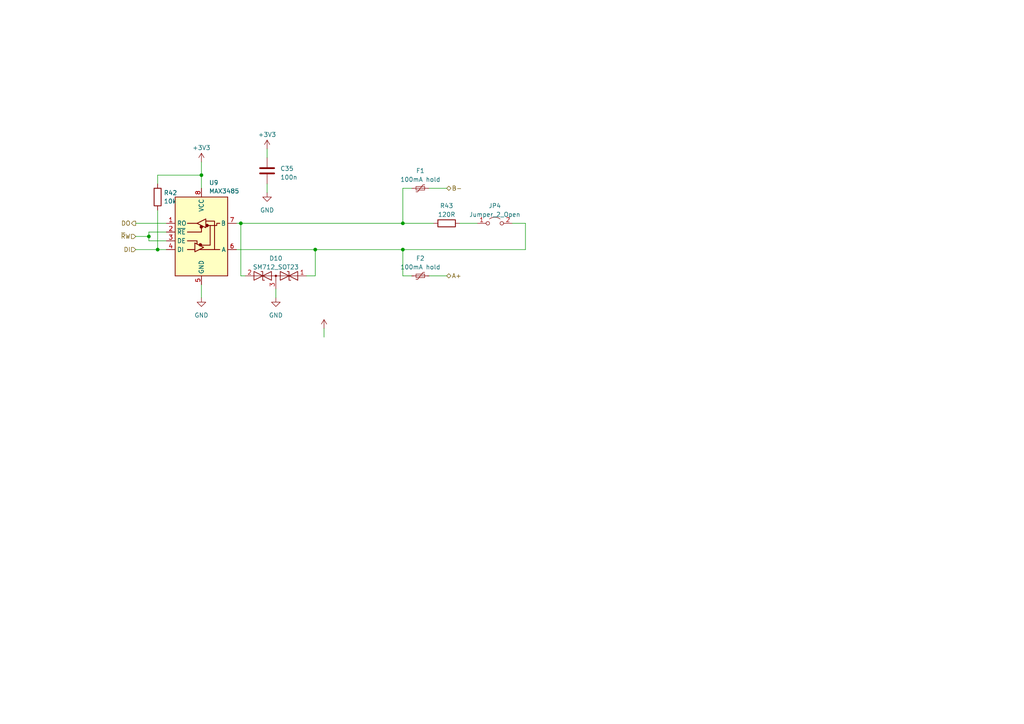
<source format=kicad_sch>
(kicad_sch (version 20231120) (generator "eeschema") (generator_version "8.0")
  (paper "A4")
  (lib_symbols
    (symbol "Device:C" (pin_numbers hide) (pin_names (offset 0.254))
      (property "Reference" "C" (at 0.635 2.54 0))
      (property "Value" "C" (at 0.635 -2.54 0))
      (symbol "C_0_1"
        (polyline (pts (xy -2.032 -0.762) (xy 2.032 -0.762)) (stroke (width 0.508)))
        (polyline (pts (xy -2.032 0.762) (xy 2.032 0.762)) (stroke (width 0.508)))
      )
      (symbol "C_1_1"
        (pin passive line (at 0 3.81 270) (length 2.794) (name "~") (number "1"))
        (pin passive line (at 0 -3.81 90) (length 2.794) (name "~") (number "2"))
      )
    )
    (symbol "Device:Polyfuse_Small" (pin_numbers hide) (pin_names (offset 0))
      (property "Reference" "F" (at -1.905 0 90))
      (property "Value" "Polyfuse_Small" (at 1.905 0 90))
      (symbol "Polyfuse_Small_0_1"
        (rectangle (start -0.508 1.27) (end 0.508 -1.27))
        (polyline (pts (xy 0 2.54) (xy 0 -2.54)))
        (polyline (pts (xy -1.016 1.27) (xy -1.016 0.762) (xy 1.016 -0.762) (xy 1.016 -1.27)))
      )
      (symbol "Polyfuse_Small_1_1"
        (pin passive line (at 0 2.54 270) (length 0.635) (name "~") (number "1"))
        (pin passive line (at 0 -2.54 90) (length 0.635) (name "~") (number "2"))
      )
    )
    (symbol "Device:R" (pin_numbers hide) (pin_names (offset 0))
      (property "Reference" "R" (at 2.032 0 90))
      (property "Value" "R" (at 0 0 90))
      (symbol "R_0_1"
        (rectangle (start -1.016 -2.54) (end 1.016 2.54) (stroke (width 0.254)))
      )
      (symbol "R_1_1"
        (pin passive line (at 0 3.81 270) (length 1.27) (name "~") (number "1"))
        (pin passive line (at 0 -3.81 90) (length 1.27) (name "~") (number "2"))
      )
    )
    (symbol "Diode:SM712_SOT23" (pin_names (offset 1.016) hide)
      (property "Reference" "D" (at 0 4.445 0))
      (property "Value" "SM712_SOT23" (at 0 2.54 0))
      (symbol "SM712_SOT23_0_0"
        (polyline (pts (xy 0 -1.27) (xy 0 0)))
      )
      (symbol "SM712_SOT23_0_1"
        (polyline (pts (xy -6.35 0) (xy 6.35 0)))
        (polyline (pts (xy -3.302 1.27) (xy -3.81 1.27) (xy -3.81 -1.27) (xy -4.318 -1.27)) (stroke (width 0.2032)))
        (polyline (pts (xy 4.318 1.27) (xy 3.81 1.27) (xy 3.81 -1.27) (xy 3.302 -1.27)) (stroke (width 0.2032)))
        (polyline (pts (xy -6.35 -1.27) (xy -1.27 1.27) (xy -1.27 -1.27) (xy -6.35 1.27) (xy -6.35 -1.27)) (stroke (width 0.2032)))
        (polyline (pts (xy 1.27 -1.27) (xy 1.27 1.27) (xy 6.35 -1.27) (xy 6.35 1.27) (xy 1.27 -1.27)) (stroke (width 0.2032)))
        (circle (center 0 0) (radius 0.254) (fill (type outline)))
      )
      (symbol "SM712_SOT23_1_1"
        (pin passive line (at -8.89 0 0) (length 2.54) (name "A1") (number "1"))
        (pin passive line (at 8.89 0 180) (length 2.54) (name "A2") (number "2"))
        (pin input line (at 0 -3.81 90) (length 2.54) (name "common") (number "3"))
      )
    )
    (symbol "Interface_UART:MAX3485"
      (property "Reference" "U" (at -6.096 11.43 0))
      (property "Value" "MAX3485" (at 0.762 11.43 0))
      (symbol "MAX3485_0_1"
        (rectangle (start -7.62 10.16) (end 7.62 -12.7) (stroke (width 0.254)) (fill (type background)))
        (circle (center -0.3048 -3.683) (radius 0.3556) (stroke (width 0.254)) (fill (type outline)))
        (circle (center -0.0254 1.4986) (radius 0.3556) (stroke (width 0.254)) (fill (type outline)))
        (polyline (pts (xy -4.064 -5.08) (xy -1.905 -5.08)) (stroke (width 0.254)))
        (polyline (pts (xy -4.064 2.54) (xy -1.27 2.54)) (stroke (width 0.254)))
        (polyline (pts (xy -1.27 -3.2004) (xy -1.27 -3.4544)) (stroke (width 0.254)))
        (polyline (pts (xy -0.635 -5.08) (xy 5.334 -5.08)) (stroke (width 0.254)))
        (polyline (pts (xy -4.064 -2.54) (xy -1.27 -2.54) (xy -1.27 -3.175)) (stroke (width 0.254)))
        (polyline (pts (xy 0 1.27) (xy 0 0) (xy -4.064 0)) (stroke (width 0.254)))
        (polyline (pts (xy 1.27 3.175) (xy 3.81 3.175) (xy 3.81 -5.08)) (stroke (width 0.254)))
        (polyline (pts (xy 2.54 1.905) (xy 2.54 -3.81) (xy 0 -3.81)) (stroke (width 0.254)))
        (polyline (pts (xy -1.905 -3.175) (xy -1.905 -5.715) (xy 0.635 -4.445) (xy -1.905 -3.175)) (stroke (width 0.254)))
        (polyline (pts (xy -1.27 2.54) (xy 1.27 3.81) (xy 1.27 1.27) (xy -1.27 2.54)) (stroke (width 0.254)))
        (polyline (pts (xy 1.905 1.905) (xy 4.445 1.905) (xy 4.445 2.54) (xy 5.334 2.54)) (stroke (width 0.254)))
        (rectangle (start 1.27 3.175) (end 1.27 3.175))
        (circle (center 1.651 1.905) (radius 0.3556) (stroke (width 0.254)) (fill (type outline)))
      )
      (symbol "MAX3485_1_1"
        (pin output line (at -10.16 2.54 0) (length 2.54) (name "RO") (number "1"))
        (pin input line (at -10.16 0 0) (length 2.54) (name "~{RE}") (number "2"))
        (pin input line (at -10.16 -2.54 0) (length 2.54) (name "DE") (number "3"))
        (pin input line (at -10.16 -5.08 0) (length 2.54) (name "DI") (number "4"))
        (pin power_in line (at 0 -15.24 90) (length 2.54) (name "GND") (number "5"))
        (pin bidirectional line (at 10.16 -5.08 180) (length 2.54) (name "A") (number "6"))
        (pin bidirectional line (at 10.16 2.54 180) (length 2.54) (name "B") (number "7"))
        (pin power_in line (at 0 12.7 270) (length 2.54) (name "VCC") (number "8"))
      )
    )
    (symbol "Jumper:Jumper_2_Open" (pin_names (offset 0) hide)
      (property "Reference" "JP" (at 0 2.794 0))
      (property "Value" "Jumper_2_Open" (at 0 -2.286 0))
      (symbol "Jumper_2_Open_0_0"
        (circle (center -2.032 0) (radius 0.508))
        (circle (center 2.032 0) (radius 0.508))
      )
      (symbol "Jumper_2_Open_0_1"
        (arc (start 1.524 1.27) (mid 0 1.778) (end -1.524 1.27))
      )
      (symbol "Jumper_2_Open_1_1"
        (pin passive line (at -5.08 0 0) (length 2.54) (name "A") (number "1"))
        (pin passive line (at 5.08 0 180) (length 2.54) (name "B") (number "2"))
      )
    )
    (symbol "power:+3V3" (power) (pin_names (offset 0))
      (property "Value" "+3V3" (at 0 3.556 0))
      (symbol "+3V3_0_1"
        (polyline (pts (xy -0.762 1.27) (xy 0 2.54)))
        (polyline (pts (xy 0 0) (xy 0 2.54)))
        (polyline (pts (xy 0 2.54) (xy 0.762 1.27)))
      )
      (symbol "+3V3_1_1"
        (pin power_in line (at 0 0 90) (length 0) hide (name "+3V3") (number "1"))
      )
    )
    (symbol "power:GND" (power) (pin_names (offset 0))
      (property "Value" "GND" (at 0 -3.81 0))
      (symbol "GND_0_1"
        (polyline (pts (xy 0 0) (xy 0 -1.27) (xy 1.27 -1.27) (xy 0 -2.54) (xy -1.27 -1.27) (xy 0 -1.27)))
      )
      (symbol "GND_1_1"
        (pin power_in line (at 0 0 270) (length 0) hide (name "GND") (number "1"))
      )
    )
  )
  (junction (at 91.44 72.39))
  (junction (at 43.18 68.58))
  (junction (at 116.84 72.39))
  (junction (at 45.72 72.39))
  (junction (at 69.85 64.77))
  (junction (at 58.42 50.8))
  (junction (at 116.84 64.77))
  (wire (pts (xy 43.18 68.58) (xy 43.18 69.85)))
  (wire (pts (xy 69.85 64.77) (xy 116.84 64.77)))
  (wire (pts (xy 58.42 50.8) (xy 58.42 54.61)))
  (wire (pts (xy 43.18 67.31) (xy 43.18 68.58)))
  (wire (pts (xy 116.84 80.01) (xy 116.84 72.39)))
  (wire (pts (xy 77.47 53.34) (xy 77.47 55.88)))
  (wire (pts (xy 133.35 64.77) (xy 138.43 64.77)))
  (wire (pts (xy 116.84 64.77) (xy 125.73 64.77)))
  (wire (pts (xy 119.38 80.01) (xy 116.84 80.01)))
  (wire (pts (xy 124.46 54.61) (xy 129.54 54.61)))
  (wire (pts (xy 48.26 67.31) (xy 43.18 67.31)))
  (wire (pts (xy 39.37 68.58) (xy 43.18 68.58)))
  (wire (pts (xy 45.72 72.39) (xy 48.26 72.39)))
  (wire (pts (xy 68.58 72.39) (xy 91.44 72.39)))
  (wire (pts (xy 93.98 95.25) (xy 93.98 97.79)))
  (wire (pts (xy 88.9 80.01) (xy 91.44 80.01)))
  (wire (pts (xy 68.58 64.77) (xy 69.85 64.77)))
  (wire (pts (xy 69.85 80.01) (xy 69.85 64.77)))
  (wire (pts (xy 119.38 54.61) (xy 116.84 54.61)))
  (wire (pts (xy 39.37 72.39) (xy 45.72 72.39)))
  (wire (pts (xy 148.59 64.77) (xy 152.4 64.77)))
  (wire (pts (xy 71.12 80.01) (xy 69.85 80.01)))
  (wire (pts (xy 45.72 53.34) (xy 45.72 50.8)))
  (wire (pts (xy 152.4 64.77) (xy 152.4 72.39)))
  (wire (pts (xy 48.26 69.85) (xy 43.18 69.85)))
  (wire (pts (xy 45.72 50.8) (xy 58.42 50.8)))
  (wire (pts (xy 91.44 72.39) (xy 116.84 72.39)))
  (wire (pts (xy 124.46 80.01) (xy 129.54 80.01)))
  (wire (pts (xy 58.42 46.99) (xy 58.42 50.8)))
  (wire (pts (xy 116.84 54.61) (xy 116.84 64.77)))
  (wire (pts (xy 77.47 43.18) (xy 77.47 45.72)))
  (wire (pts (xy 39.37 64.77) (xy 48.26 64.77)))
  (wire (pts (xy 45.72 72.39) (xy 45.72 60.96)))
  (wire (pts (xy 58.42 82.55) (xy 58.42 86.36)))
  (wire (pts (xy 91.44 80.01) (xy 91.44 72.39)))
  (wire (pts (xy 80.01 83.82) (xy 80.01 86.36)))
  (wire (pts (xy 116.84 72.39) (xy 152.4 72.39)))
  (hierarchical_label "~{R}W" (shape input) (at 39.37 68.58 180))
  (hierarchical_label "DO" (shape output) (at 39.37 64.77 180))
  (hierarchical_label "A+" (shape bidirectional) (at 129.54 80.01 0))
  (hierarchical_label "B-" (shape bidirectional) (at 129.54 54.61 0))
  (hierarchical_label "DI" (shape input) (at 39.37 72.39 180))
  (symbol (lib_id "Jumper:Jumper_2_Open") (at 143.51 64.77 0) (unit 1)
    (property "Reference" "JP4" (at 143.51 59.69 0))
    (property "Value" "Jumper_2_Open" (at 143.51 62.23 0))
    (property "Footprint" "Jumper:SolderJumper-2_P1.3mm_Open_TrianglePad1.0x1.5mm" (effects (hide yes)))
    (property "LCSC" "XXXX" (effects (hide yes)))
  )
  (symbol (lib_id "Diode:SM712_SOT23") (at 80.01 80.01 0) (mirror y) (unit 1)
    (property "Reference" "D10" (at 80.01 74.93 0))
    (property "Value" "SM712_SOT23" (at 80.01 77.47 0))
    (property "Footprint" "Package_TO_SOT_SMD:SOT-23" (effects (hide yes)))
    (property "Datasheet" "https://www.littelfuse.com/~/media/electronics/datasheets/tvs_diode_arrays/littelfuse_tvs_diode_array_sm712_datasheet.pdf.pdf" (effects (hide yes)))
    (property "LCSC" "C404012" (effects (hide yes)))
    (property "JLCPCB_CORRECTION" "0;0;180" (effects (hide yes)))
  )
  (symbol (lib_id "power:GND") (at 77.47 55.88 0) (unit 1)
    (property "Reference" "#PWR089" (effects (hide yes)))
    (property "Value" "GND" (at 77.47 60.96 0))
  )
  (symbol (lib_id "power:+3V3") (at 93.98 95.25 0) (unit 1)
    (property "Reference" "#PWR091" (effects (hide yes)))
    (property "Value" "+3V3" (effects (hide yes)))
  )
  (symbol (lib_id "power:+3V3") (at 58.42 46.99 0) (unit 1)
    (property "Reference" "#PWR086" (effects (hide yes)))
    (property "Value" "+3V3" (at 58.42 42.8569 0))
  )
  (symbol (lib_id "power:GND") (at 58.42 86.36 0) (unit 1)
    (property "Reference" "#PWR087" (effects (hide yes)))
    (property "Value" "GND" (at 58.42 91.44 0))
  )
  (symbol (lib_id "Device:R") (at 129.54 64.77 90) (unit 1)
    (property "Reference" "R43" (at 129.54 59.69 90))
    (property "Value" "120R" (at 129.54 62.23 90))
    (property "Footprint" "Resistor_SMD:R_0603_1608Metric" (effects (hide yes)))
    (property "LCSC" "C22787" (effects (hide yes)))
  )
  (symbol (lib_id "power:+3V3") (at 77.47 43.18 0) (unit 1)
    (property "Reference" "#PWR088" (effects (hide yes)))
    (property "Value" "+3V3" (at 77.47 39.0469 0))
  )
  (symbol (lib_id "Interface_UART:MAX3485") (at 58.42 67.31 0) (unit 1)
    (property "Reference" "U9" (at 60.6141 53.0057 0) (effects (justify left)))
    (property "Value" "MAX3485" (at 60.6141 55.4299 0) (effects (justify left)))
    (property "Footprint" "Package_SO:SOIC-8_3.9x4.9mm_P1.27mm" (effects (hide yes)))
    (property "Datasheet" "https://datasheets.maximintegrated.com/en/ds/MAX3483-MAX3491.pdf" (effects (hide yes)))
    (property "LCSC" "C8963" (effects (hide yes)))
    (property "JLCPCB_CORRECTION" "0;0;270" (effects (hide yes)))
  )
  (symbol (lib_id "Device:Polyfuse_Small") (at 121.92 54.61 90) (unit 1)
    (property "Reference" "F1" (at 121.92 49.53 90))
    (property "Value" "100mA hold" (at 121.92 52.07 90))
    (property "Footprint" "Fuse:Fuse_1206_3216Metric" (effects (hide yes)))
    (property "LCSC" "C70065" (effects (hide yes)))
  )
  (symbol (lib_id "Device:C") (at 77.47 49.53 0) (unit 1)
    (property "Reference" "C35" (at 81.28 48.895 0) (effects (justify left)))
    (property "Value" "100n" (at 81.28 51.435 0) (effects (justify left)))
    (property "Footprint" "Capacitor_SMD:C_0603_1608Metric" (effects (hide yes)))
    (property "LCSC" "C14663" (effects (hide yes)))
  )
  (symbol (lib_id "Device:R") (at 45.72 57.15 0) (unit 1)
    (property "Reference" "R42" (at 47.498 55.9379 0) (effects (justify left)))
    (property "Value" "10k" (at 47.498 58.3621 0) (effects (justify left)))
    (property "Footprint" "Resistor_SMD:R_0603_1608Metric" (effects (hide yes)))
    (property "LCSC" "C25804" (effects (hide yes)))
  )
  (symbol (lib_id "Device:Polyfuse_Small") (at 121.92 80.01 90) (unit 1)
    (property "Reference" "F2" (at 121.92 74.93 90))
    (property "Value" "100mA hold" (at 121.92 77.47 90))
    (property "Footprint" "Fuse:Fuse_1206_3216Metric" (effects (hide yes)))
    (property "LCSC" "C70065" (effects (hide yes)))
  )
  (symbol (lib_id "power:GND") (at 80.01 86.36 0) (unit 1)
    (property "Reference" "#PWR090" (effects (hide yes)))
    (property "Value" "GND" (at 80.01 91.44 0))
  )
)
</source>
